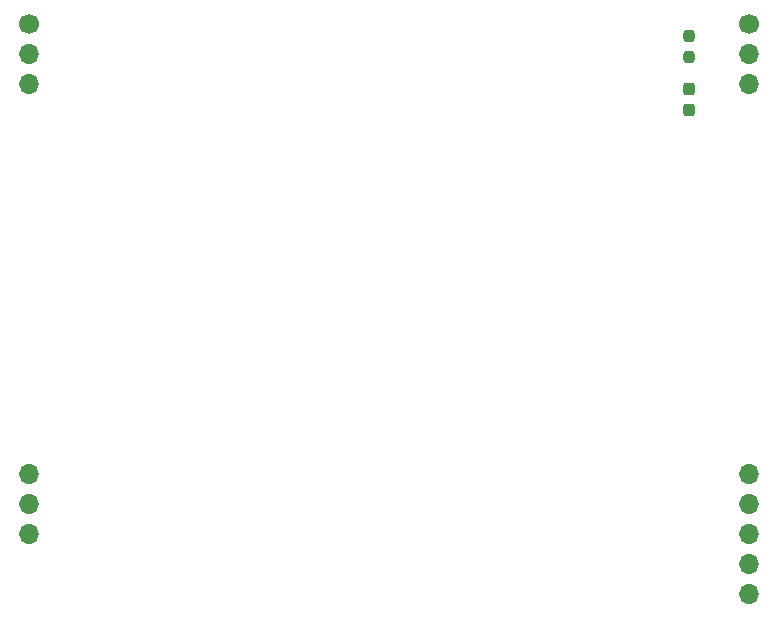
<source format=gbr>
%TF.GenerationSoftware,KiCad,Pcbnew,(7.0.0)*%
%TF.CreationDate,2025-01-20T14:18:13+11:00*%
%TF.ProjectId,shield-v3,73686965-6c64-42d7-9633-2e6b69636164,rev?*%
%TF.SameCoordinates,Original*%
%TF.FileFunction,Soldermask,Bot*%
%TF.FilePolarity,Negative*%
%FSLAX46Y46*%
G04 Gerber Fmt 4.6, Leading zero omitted, Abs format (unit mm)*
G04 Created by KiCad (PCBNEW (7.0.0)) date 2025-01-20 14:18:13*
%MOMM*%
%LPD*%
G01*
G04 APERTURE LIST*
G04 Aperture macros list*
%AMRoundRect*
0 Rectangle with rounded corners*
0 $1 Rounding radius*
0 $2 $3 $4 $5 $6 $7 $8 $9 X,Y pos of 4 corners*
0 Add a 4 corners polygon primitive as box body*
4,1,4,$2,$3,$4,$5,$6,$7,$8,$9,$2,$3,0*
0 Add four circle primitives for the rounded corners*
1,1,$1+$1,$2,$3*
1,1,$1+$1,$4,$5*
1,1,$1+$1,$6,$7*
1,1,$1+$1,$8,$9*
0 Add four rect primitives between the rounded corners*
20,1,$1+$1,$2,$3,$4,$5,0*
20,1,$1+$1,$4,$5,$6,$7,0*
20,1,$1+$1,$6,$7,$8,$9,0*
20,1,$1+$1,$8,$9,$2,$3,0*%
G04 Aperture macros list end*
%ADD10RoundRect,0.237500X-0.237500X0.250000X-0.237500X-0.250000X0.237500X-0.250000X0.237500X0.250000X0*%
%ADD11RoundRect,0.237500X-0.237500X0.287500X-0.237500X-0.287500X0.237500X-0.287500X0.237500X0.287500X0*%
%ADD12C,1.700000*%
%ADD13O,1.700000X1.700000*%
G04 APERTURE END LIST*
D10*
%TO.C,R18*%
X106680000Y-65762500D03*
X106680000Y-67587500D03*
%TD*%
D11*
%TO.C,D1*%
X106680000Y-70245000D03*
X106680000Y-71995000D03*
%TD*%
D12*
%TO.C,J2*%
X111760000Y-64770000D03*
D13*
X111759999Y-67309999D03*
X111759999Y-69849999D03*
X111759999Y-102869999D03*
X111759999Y-105409999D03*
X111759999Y-107949999D03*
X111759999Y-110489999D03*
X111759999Y-113029999D03*
%TD*%
D12*
%TO.C,J3*%
X50800000Y-64770000D03*
D13*
X50799999Y-67309999D03*
X50799999Y-69849999D03*
X50799999Y-102869999D03*
X50799999Y-105409999D03*
X50799999Y-107949999D03*
%TD*%
M02*

</source>
